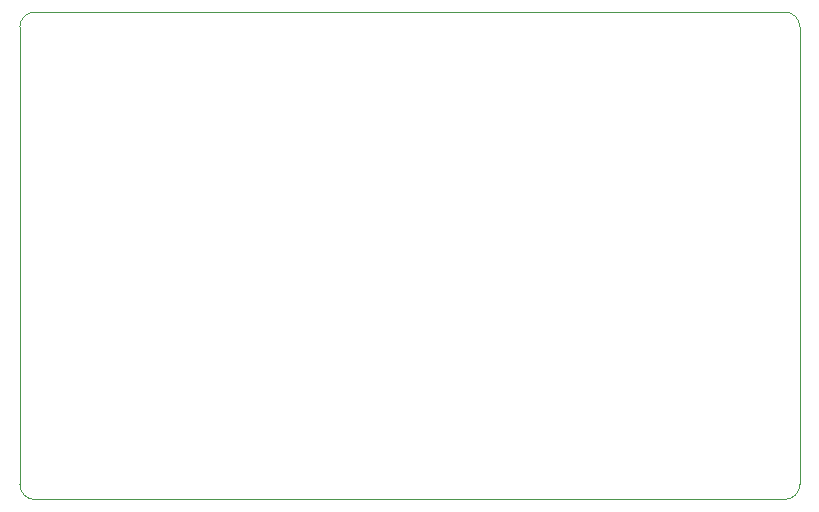
<source format=gbr>
G04 #@! TF.GenerationSoftware,KiCad,Pcbnew,(5.1.4)-1*
G04 #@! TF.CreationDate,2019-12-08T17:57:44-07:00*
G04 #@! TF.ProjectId,BAEmacropad,4241456d-6163-4726-9f70-61642e6b6963,rev?*
G04 #@! TF.SameCoordinates,Original*
G04 #@! TF.FileFunction,Profile,NP*
%FSLAX46Y46*%
G04 Gerber Fmt 4.6, Leading zero omitted, Abs format (unit mm)*
G04 Created by KiCad (PCBNEW (5.1.4)-1) date 2019-12-08 17:57:44*
%MOMM*%
%LPD*%
G04 APERTURE LIST*
%ADD10C,0.050000*%
G04 APERTURE END LIST*
D10*
X43815000Y-70485000D02*
G75*
G02X45085000Y-69215000I1270000J0D01*
G01*
X45085000Y-110490000D02*
G75*
G02X43815000Y-109220000I0J1270000D01*
G01*
X109855000Y-109220000D02*
G75*
G02X108585000Y-110490000I-1270000J0D01*
G01*
X108585000Y-69215000D02*
G75*
G02X109855000Y-70485000I0J-1270000D01*
G01*
X45085000Y-69215000D02*
X108585000Y-69215000D01*
X43815000Y-109220000D02*
X43815000Y-70485000D01*
X108585000Y-110490000D02*
X45085000Y-110490000D01*
X109855000Y-70485000D02*
X109855000Y-109220000D01*
M02*

</source>
